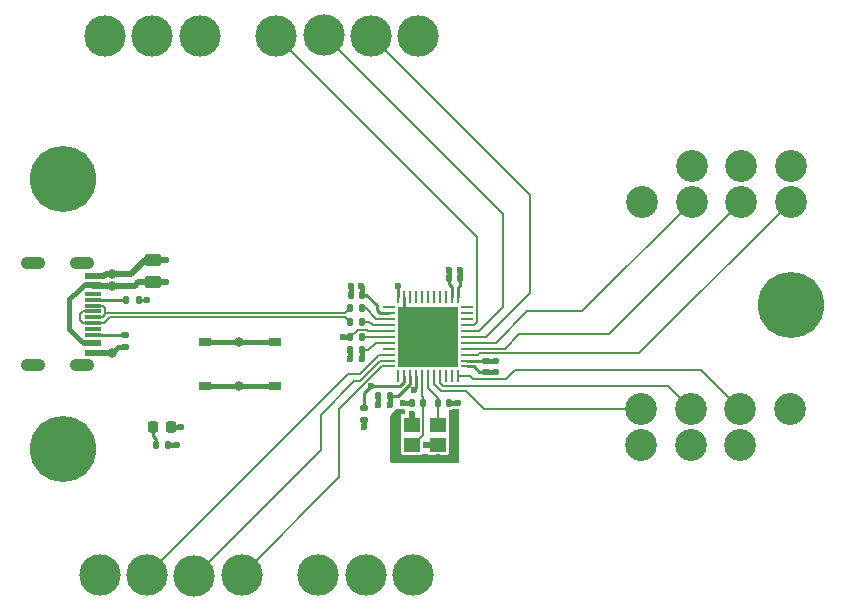
<source format=gbr>
%TF.GenerationSoftware,KiCad,Pcbnew,(6.0.10)*%
%TF.CreationDate,2023-01-18T21:36:02-05:00*%
%TF.ProjectId,32U4_NES_SNES_adapter,33325534-5f4e-4455-935f-534e45535f61,rev?*%
%TF.SameCoordinates,Original*%
%TF.FileFunction,Copper,L1,Top*%
%TF.FilePolarity,Positive*%
%FSLAX46Y46*%
G04 Gerber Fmt 4.6, Leading zero omitted, Abs format (unit mm)*
G04 Created by KiCad (PCBNEW (6.0.10)) date 2023-01-18 21:36:02*
%MOMM*%
%LPD*%
G01*
G04 APERTURE LIST*
G04 Aperture macros list*
%AMRoundRect*
0 Rectangle with rounded corners*
0 $1 Rounding radius*
0 $2 $3 $4 $5 $6 $7 $8 $9 X,Y pos of 4 corners*
0 Add a 4 corners polygon primitive as box body*
4,1,4,$2,$3,$4,$5,$6,$7,$8,$9,$2,$3,0*
0 Add four circle primitives for the rounded corners*
1,1,$1+$1,$2,$3*
1,1,$1+$1,$4,$5*
1,1,$1+$1,$6,$7*
1,1,$1+$1,$8,$9*
0 Add four rect primitives between the rounded corners*
20,1,$1+$1,$2,$3,$4,$5,0*
20,1,$1+$1,$4,$5,$6,$7,0*
20,1,$1+$1,$6,$7,$8,$9,0*
20,1,$1+$1,$8,$9,$2,$3,0*%
G04 Aperture macros list end*
%TA.AperFunction,SMDPad,CuDef*%
%ADD10R,1.000000X0.750000*%
%TD*%
%TA.AperFunction,SMDPad,CuDef*%
%ADD11RoundRect,0.140000X0.140000X0.170000X-0.140000X0.170000X-0.140000X-0.170000X0.140000X-0.170000X0*%
%TD*%
%TA.AperFunction,ComponentPad*%
%ADD12C,3.500000*%
%TD*%
%TA.AperFunction,SMDPad,CuDef*%
%ADD13RoundRect,0.135000X-0.135000X-0.185000X0.135000X-0.185000X0.135000X0.185000X-0.135000X0.185000X0*%
%TD*%
%TA.AperFunction,SMDPad,CuDef*%
%ADD14RoundRect,0.135000X0.185000X-0.135000X0.185000X0.135000X-0.185000X0.135000X-0.185000X-0.135000X0*%
%TD*%
%TA.AperFunction,ComponentPad*%
%ADD15C,2.700000*%
%TD*%
%TA.AperFunction,ComponentPad*%
%ADD16C,5.600000*%
%TD*%
%TA.AperFunction,SMDPad,CuDef*%
%ADD17RoundRect,0.135000X0.135000X0.185000X-0.135000X0.185000X-0.135000X-0.185000X0.135000X-0.185000X0*%
%TD*%
%TA.AperFunction,SMDPad,CuDef*%
%ADD18RoundRect,0.218750X0.218750X0.256250X-0.218750X0.256250X-0.218750X-0.256250X0.218750X-0.256250X0*%
%TD*%
%TA.AperFunction,SMDPad,CuDef*%
%ADD19RoundRect,0.062500X-0.475000X-0.062500X0.475000X-0.062500X0.475000X0.062500X-0.475000X0.062500X0*%
%TD*%
%TA.AperFunction,SMDPad,CuDef*%
%ADD20RoundRect,0.062500X-0.062500X-0.475000X0.062500X-0.475000X0.062500X0.475000X-0.062500X0.475000X0*%
%TD*%
%TA.AperFunction,SMDPad,CuDef*%
%ADD21R,5.200000X5.200000*%
%TD*%
%TA.AperFunction,SMDPad,CuDef*%
%ADD22RoundRect,0.140000X-0.170000X0.140000X-0.170000X-0.140000X0.170000X-0.140000X0.170000X0.140000X0*%
%TD*%
%TA.AperFunction,SMDPad,CuDef*%
%ADD23R,1.400000X1.200000*%
%TD*%
%TA.AperFunction,SMDPad,CuDef*%
%ADD24RoundRect,0.250000X0.475000X-0.250000X0.475000X0.250000X-0.475000X0.250000X-0.475000X-0.250000X0*%
%TD*%
%TA.AperFunction,SMDPad,CuDef*%
%ADD25RoundRect,0.140000X-0.140000X-0.170000X0.140000X-0.170000X0.140000X0.170000X-0.140000X0.170000X0*%
%TD*%
%TA.AperFunction,SMDPad,CuDef*%
%ADD26R,1.450000X0.600000*%
%TD*%
%TA.AperFunction,SMDPad,CuDef*%
%ADD27R,1.450000X0.300000*%
%TD*%
%TA.AperFunction,ComponentPad*%
%ADD28O,2.100000X1.050000*%
%TD*%
%TA.AperFunction,SMDPad,CuDef*%
%ADD29RoundRect,0.140000X0.170000X-0.140000X0.170000X0.140000X-0.170000X0.140000X-0.170000X-0.140000X0*%
%TD*%
%TA.AperFunction,ViaPad*%
%ADD30C,0.800000*%
%TD*%
%TA.AperFunction,ViaPad*%
%ADD31C,0.600000*%
%TD*%
%TA.AperFunction,Conductor*%
%ADD32C,0.200000*%
%TD*%
%TA.AperFunction,Conductor*%
%ADD33C,0.254000*%
%TD*%
%TA.AperFunction,Conductor*%
%ADD34C,0.381000*%
%TD*%
%TA.AperFunction,Conductor*%
%ADD35C,0.508000*%
%TD*%
%TA.AperFunction,Conductor*%
%ADD36C,0.250000*%
%TD*%
%TA.AperFunction,Conductor*%
%ADD37C,0.205740*%
%TD*%
G04 APERTURE END LIST*
D10*
%TO.P,S1,D*%
%TO.N,Net-(R3-Pad2)*%
X111922500Y-104770400D03*
%TO.P,S1,C*%
X105922500Y-104770400D03*
%TO.P,S1,B*%
%TO.N,GND*%
X111922500Y-101020400D03*
%TO.P,S1,A*%
X105922500Y-101020400D03*
%TD*%
D11*
%TO.P,C9,1*%
%TO.N,VCC*%
X119250400Y-97028000D03*
%TO.P,C9,2*%
%TO.N,GND*%
X118290400Y-97028000D03*
%TD*%
%TO.P,C7,2*%
%TO.N,GND*%
X120627200Y-105587800D03*
%TO.P,C7,1*%
%TO.N,VCC*%
X121587200Y-105587800D03*
%TD*%
%TO.P,C8,1*%
%TO.N,VCC*%
X119225000Y-101727000D03*
%TO.P,C8,2*%
%TO.N,GND*%
X118265000Y-101727000D03*
%TD*%
D12*
%TO.P,J2,1,5V*%
%TO.N,VCC*%
X97064000Y-120709000D03*
%TO.P,J2,2,CLK*%
%TO.N,/SNES_1_CLK*%
X101064000Y-120709000D03*
%TO.P,J2,3,LATCH*%
%TO.N,/SNES_1_LATCH*%
X105064000Y-120809000D03*
%TO.P,J2,4,DATA*%
%TO.N,/SNES_1_DATA*%
X109064000Y-120709000D03*
%TO.P,J2,5,NC*%
%TO.N,unconnected-(J2-Pad5)*%
X115564000Y-120709000D03*
%TO.P,J2,6,NC*%
%TO.N,unconnected-(J2-Pad6)*%
X119564000Y-120709000D03*
%TO.P,J2,7,GND*%
%TO.N,GND*%
X123564000Y-120709000D03*
%TD*%
D13*
%TO.P,R6,1*%
%TO.N,/USB_D-*%
X118235000Y-98171000D03*
%TO.P,R6,2*%
%TO.N,Net-(R6-Pad2)*%
X119255000Y-98171000D03*
%TD*%
D14*
%TO.P,R3,1*%
%TO.N,VCC*%
X119456200Y-107596400D03*
%TO.P,R3,2*%
%TO.N,Net-(R3-Pad2)*%
X119456200Y-106576400D03*
%TD*%
D15*
%TO.P,J5,1,5V*%
%TO.N,VCC*%
X147168000Y-86125000D03*
%TO.P,J5,2,NC*%
%TO.N,unconnected-(J5-Pad2)*%
X151359000Y-86125000D03*
%TO.P,J5,3,NC*%
%TO.N,unconnected-(J5-Pad3)*%
X155550000Y-86125000D03*
%TO.P,J5,4,DATA*%
%TO.N,/NES_2_DATA*%
X155550000Y-89125000D03*
%TO.P,J5,5,LATCH*%
%TO.N,/NES_2_LATCH*%
X151359000Y-89125000D03*
%TO.P,J5,6,CLK*%
%TO.N,/NES_2_CLK*%
X147168000Y-89125000D03*
%TO.P,J5,7,GND*%
%TO.N,GND*%
X142977000Y-89125000D03*
%TD*%
D16*
%TO.P,H3,1,1*%
%TO.N,GND*%
X155550000Y-97917000D03*
%TD*%
D15*
%TO.P,J4,1,5V*%
%TO.N,VCC*%
X151282000Y-109709000D03*
%TO.P,J4,2,NC*%
%TO.N,unconnected-(J4-Pad2)*%
X147091000Y-109709000D03*
%TO.P,J4,3,NC*%
%TO.N,unconnected-(J4-Pad3)*%
X142900000Y-109709000D03*
%TO.P,J4,4,DATA*%
%TO.N,/NES_1_DATA*%
X142900000Y-106709000D03*
%TO.P,J4,5,LATCH*%
%TO.N,/NES_1_LATCH*%
X147091000Y-106709000D03*
%TO.P,J4,6,CLK*%
%TO.N,/NES_1_CLK*%
X151282000Y-106709000D03*
%TO.P,J4,7,GND*%
%TO.N,GND*%
X155473000Y-106709000D03*
%TD*%
D17*
%TO.P,R4,1*%
%TO.N,VCC*%
X102821200Y-109728000D03*
%TO.P,R4,2*%
%TO.N,Net-(D1-Pad2)*%
X101801200Y-109728000D03*
%TD*%
D11*
%TO.P,C10,1*%
%TO.N,Net-(C10-Pad1)*%
X119225000Y-100584000D03*
%TO.P,C10,2*%
%TO.N,GND*%
X118265000Y-100584000D03*
%TD*%
D16*
%TO.P,H1,1,1*%
%TO.N,GND*%
X93895500Y-87249000D03*
%TD*%
D18*
%TO.P,D1,1,K*%
%TO.N,GND*%
X103098700Y-108204000D03*
%TO.P,D1,2,A*%
%TO.N,Net-(D1-Pad2)*%
X101523700Y-108204000D03*
%TD*%
D13*
%TO.P,R5,1*%
%TO.N,/USB_D+*%
X118235000Y-99314000D03*
%TO.P,R5,2*%
%TO.N,Net-(R5-Pad2)*%
X119255000Y-99314000D03*
%TD*%
D16*
%TO.P,H2,1,1*%
%TO.N,GND*%
X93895500Y-110109000D03*
%TD*%
D17*
%TO.P,R2,1*%
%TO.N,GND*%
X100332000Y-97429000D03*
%TO.P,R2,2*%
%TO.N,Net-(J1-PadA5)*%
X99312000Y-97429000D03*
%TD*%
D19*
%TO.P,U1,1,PE6*%
%TO.N,unconnected-(U1-Pad1)*%
X121503500Y-98084000D03*
%TO.P,U1,2,UVCC*%
%TO.N,VCC*%
X121503500Y-98584000D03*
%TO.P,U1,3,D-*%
%TO.N,Net-(R6-Pad2)*%
X121503500Y-99084000D03*
%TO.P,U1,4,D+*%
%TO.N,Net-(R5-Pad2)*%
X121503500Y-99584000D03*
%TO.P,U1,5,UGND*%
%TO.N,GND*%
X121503500Y-100084000D03*
%TO.P,U1,6,UCAP*%
%TO.N,Net-(C10-Pad1)*%
X121503500Y-100584000D03*
%TO.P,U1,7,VBUS*%
%TO.N,VCC*%
X121503500Y-101084000D03*
%TO.P,U1,8,PB0*%
%TO.N,unconnected-(U1-Pad8)*%
X121503500Y-101584000D03*
%TO.P,U1,9,PB1*%
%TO.N,/SNES_1_CLK*%
X121503500Y-102084000D03*
%TO.P,U1,10,PB2*%
%TO.N,/SNES_1_LATCH*%
X121503500Y-102584000D03*
%TO.P,U1,11,PB3*%
%TO.N,/SNES_1_DATA*%
X121503500Y-103084000D03*
D20*
%TO.P,U1,12,PB7*%
%TO.N,unconnected-(U1-Pad12)*%
X122341000Y-103921500D03*
%TO.P,U1,13,~{RESET}*%
%TO.N,Net-(R3-Pad2)*%
X122841000Y-103921500D03*
%TO.P,U1,14,VCC*%
%TO.N,VCC*%
X123341000Y-103921500D03*
%TO.P,U1,15,GND*%
%TO.N,GND*%
X123841000Y-103921500D03*
%TO.P,U1,16,XTAL2*%
%TO.N,/XOUT*%
X124341000Y-103921500D03*
%TO.P,U1,17,XTAL1*%
%TO.N,/XIN*%
X124841000Y-103921500D03*
%TO.P,U1,18,PD0*%
%TO.N,/NES_1_DATA*%
X125341000Y-103921500D03*
%TO.P,U1,19,PD1*%
%TO.N,/NES_1_LATCH*%
X125841000Y-103921500D03*
%TO.P,U1,20,PD2*%
%TO.N,unconnected-(U1-Pad20)*%
X126341000Y-103921500D03*
%TO.P,U1,21,PD3*%
%TO.N,unconnected-(U1-Pad21)*%
X126841000Y-103921500D03*
%TO.P,U1,22,PD5*%
%TO.N,/NES_1_CLK*%
X127341000Y-103921500D03*
D19*
%TO.P,U1,23,GND*%
%TO.N,GND*%
X128178500Y-103084000D03*
%TO.P,U1,24,AVCC*%
%TO.N,VCC*%
X128178500Y-102584000D03*
%TO.P,U1,25,PD4*%
%TO.N,/NES_2_DATA*%
X128178500Y-102084000D03*
%TO.P,U1,26,PD6*%
%TO.N,/NES_2_LATCH*%
X128178500Y-101584000D03*
%TO.P,U1,27,PD7*%
%TO.N,/NES_2_CLK*%
X128178500Y-101084000D03*
%TO.P,U1,28,PB4*%
%TO.N,/SNES_2_CLK*%
X128178500Y-100584000D03*
%TO.P,U1,29,PB5*%
%TO.N,/SNES_2_LATCH*%
X128178500Y-100084000D03*
%TO.P,U1,30,PB6*%
%TO.N,/SNES_2_DATA*%
X128178500Y-99584000D03*
%TO.P,U1,31,PC6*%
%TO.N,unconnected-(U1-Pad31)*%
X128178500Y-99084000D03*
%TO.P,U1,32,PC7*%
%TO.N,unconnected-(U1-Pad32)*%
X128178500Y-98584000D03*
%TO.P,U1,33,~{HWB}/PE2*%
%TO.N,unconnected-(U1-Pad33)*%
X128178500Y-98084000D03*
D20*
%TO.P,U1,34,VCC*%
%TO.N,VCC*%
X127341000Y-97246500D03*
%TO.P,U1,35,GND*%
%TO.N,GND*%
X126841000Y-97246500D03*
%TO.P,U1,36,PF7*%
%TO.N,unconnected-(U1-Pad36)*%
X126341000Y-97246500D03*
%TO.P,U1,37,PF6*%
%TO.N,unconnected-(U1-Pad37)*%
X125841000Y-97246500D03*
%TO.P,U1,38,PF5*%
%TO.N,unconnected-(U1-Pad38)*%
X125341000Y-97246500D03*
%TO.P,U1,39,PF4*%
%TO.N,unconnected-(U1-Pad39)*%
X124841000Y-97246500D03*
%TO.P,U1,40,PF1*%
%TO.N,unconnected-(U1-Pad40)*%
X124341000Y-97246500D03*
%TO.P,U1,41,PF0*%
%TO.N,unconnected-(U1-Pad41)*%
X123841000Y-97246500D03*
%TO.P,U1,42,AREF*%
%TO.N,unconnected-(U1-Pad42)*%
X123341000Y-97246500D03*
%TO.P,U1,43,GND*%
%TO.N,GND*%
X122841000Y-97246500D03*
%TO.P,U1,44,AVCC*%
%TO.N,VCC*%
X122341000Y-97246500D03*
D21*
%TO.P,U1,45,GND*%
%TO.N,GND*%
X124841000Y-100584000D03*
%TD*%
D14*
%TO.P,R1,1*%
%TO.N,GND*%
X99187000Y-101449000D03*
%TO.P,R1,2*%
%TO.N,Net-(J1-PadB5)*%
X99187000Y-100429000D03*
%TD*%
D22*
%TO.P,C6,1*%
%TO.N,VCC*%
X129794000Y-102584000D03*
%TO.P,C6,2*%
%TO.N,GND*%
X129794000Y-103544000D03*
%TD*%
D23*
%TO.P,Y1,1,1*%
%TO.N,/XIN*%
X125687000Y-108012000D03*
%TO.P,Y1,2,2*%
%TO.N,GND*%
X123487000Y-108012000D03*
%TO.P,Y1,3,3*%
%TO.N,/XOUT*%
X123487000Y-109712000D03*
%TO.P,Y1,4,4*%
%TO.N,GND*%
X125687000Y-109712000D03*
%TD*%
D11*
%TO.P,C1,1*%
%TO.N,GND*%
X126647000Y-106172000D03*
%TO.P,C1,2*%
%TO.N,/XIN*%
X125687000Y-106172000D03*
%TD*%
D24*
%TO.P,C4,1*%
%TO.N,VCC*%
X101523800Y-95946000D03*
%TO.P,C4,2*%
%TO.N,GND*%
X101523800Y-94046000D03*
%TD*%
D25*
%TO.P,C2,1*%
%TO.N,GND*%
X123472000Y-106172000D03*
%TO.P,C2,2*%
%TO.N,/XOUT*%
X124432000Y-106172000D03*
%TD*%
D12*
%TO.P,J3,1,5V*%
%TO.N,VCC*%
X124014000Y-75125000D03*
%TO.P,J3,2,CLK*%
%TO.N,/SNES_2_CLK*%
X120014000Y-75125000D03*
%TO.P,J3,3,LATCH*%
%TO.N,/SNES_2_LATCH*%
X116014000Y-75025000D03*
%TO.P,J3,4,DATA*%
%TO.N,/SNES_2_DATA*%
X112014000Y-75125000D03*
%TO.P,J3,5,NC*%
%TO.N,unconnected-(J3-Pad5)*%
X105514000Y-75125000D03*
%TO.P,J3,6,NC*%
%TO.N,unconnected-(J3-Pad6)*%
X101514000Y-75125000D03*
%TO.P,J3,7,GND*%
%TO.N,GND*%
X97514000Y-75125000D03*
%TD*%
D11*
%TO.P,C5,1*%
%TO.N,VCC*%
X127578000Y-95631000D03*
%TO.P,C5,2*%
%TO.N,GND*%
X126618000Y-95631000D03*
%TD*%
D26*
%TO.P,J1,A1B12,GND*%
%TO.N,GND*%
X96450500Y-95429000D03*
%TO.P,J1,A4B9,VBUS*%
%TO.N,VCC*%
X96450500Y-96229000D03*
D27*
%TO.P,J1,A5,CC1*%
%TO.N,Net-(J1-PadA5)*%
X96450500Y-97429000D03*
%TO.P,J1,A6,DP1*%
%TO.N,/USB_D+*%
X96450500Y-98429000D03*
%TO.P,J1,A7,DN1*%
%TO.N,/USB_D-*%
X96450500Y-98929000D03*
%TO.P,J1,A8,SBU1*%
%TO.N,unconnected-(J1-PadA8)*%
X96450500Y-99929000D03*
D26*
%TO.P,J1,B1A12,GND*%
%TO.N,GND*%
X96450500Y-101929000D03*
%TO.P,J1,B4A9,VBUS*%
%TO.N,VCC*%
X96450500Y-101129000D03*
D27*
%TO.P,J1,B5,CC2*%
%TO.N,Net-(J1-PadB5)*%
X96450500Y-100429000D03*
%TO.P,J1,B6,DP2*%
%TO.N,/USB_D+*%
X96450500Y-99429000D03*
%TO.P,J1,B7,DN2*%
%TO.N,/USB_D-*%
X96450500Y-97929000D03*
%TO.P,J1,B8,SBU2*%
%TO.N,unconnected-(J1-PadB8)*%
X96450500Y-96929000D03*
D28*
%TO.P,J1,S1,SHIELD*%
%TO.N,unconnected-(J1-PadS1)*%
X95535500Y-94359000D03*
%TO.P,J1,S2,SHIELD*%
%TO.N,unconnected-(J1-PadS2)*%
X95535500Y-102999000D03*
%TO.P,J1,S3,SHIELD*%
%TO.N,unconnected-(J1-PadS3)*%
X91355500Y-94359000D03*
%TO.P,J1,S4,SHIELD*%
%TO.N,unconnected-(J1-PadS4)*%
X91355500Y-102999000D03*
%TD*%
D29*
%TO.P,C3,1*%
%TO.N,VCC*%
X99187000Y-96238000D03*
%TO.P,C3,2*%
%TO.N,GND*%
X99187000Y-95278000D03*
%TD*%
D30*
%TO.N,Net-(R3-Pad2)*%
X108876300Y-104770400D03*
D31*
X120015000Y-104775000D03*
%TO.N,VCC*%
X121587200Y-106349800D03*
D30*
%TO.N,GND*%
X108876300Y-101020400D03*
D31*
X103962200Y-108204000D03*
X127381000Y-106172000D03*
X124688600Y-109702600D03*
X102631200Y-94046000D03*
D30*
X98119000Y-101929000D03*
D31*
X122841000Y-102584000D03*
X125857000Y-110896400D03*
X122047000Y-108354000D03*
X126618000Y-94894400D03*
X122841000Y-100584000D03*
X122841000Y-98584000D03*
X123317000Y-110894000D03*
X127127000Y-110894000D03*
X122047000Y-110894000D03*
X123670544Y-105039041D03*
X127127000Y-108354000D03*
X126841000Y-98584000D03*
X126841000Y-102584000D03*
X118265000Y-102466200D03*
X127127000Y-109624000D03*
X124841000Y-98584000D03*
X122047000Y-109624000D03*
X127127000Y-107084000D03*
D30*
X98119000Y-95278000D03*
D31*
X122250200Y-107086400D03*
X124841000Y-100584000D03*
X124841000Y-102584000D03*
X124587000Y-110894000D03*
X130584000Y-103544000D03*
X117652800Y-100584000D03*
X118290400Y-96266000D03*
X126841000Y-100584000D03*
X120627200Y-106349800D03*
X123487000Y-107111800D03*
X122758200Y-106172000D03*
X101092000Y-97429000D03*
%TO.N,VCC*%
X119456200Y-108229400D03*
X127578000Y-94894400D03*
X103581200Y-109728000D03*
X102631200Y-95946000D03*
X119225000Y-102497377D03*
X130584000Y-102584000D03*
X122341000Y-96266000D03*
D30*
X98119000Y-96238000D03*
D31*
X119151400Y-96266000D03*
%TD*%
D32*
%TO.N,/SNES_1_LATCH*%
X119049800Y-104343200D02*
X120809000Y-102584000D01*
X115747800Y-110134400D02*
X115747800Y-107162600D01*
X105073200Y-120809000D02*
X115747800Y-110134400D01*
X115747800Y-107162600D02*
X118567200Y-104343200D01*
X118567200Y-104343200D02*
X119049800Y-104343200D01*
X120809000Y-102584000D02*
X121503500Y-102584000D01*
X105064000Y-120809000D02*
X105073200Y-120809000D01*
%TO.N,/SNES_1_CLK*%
X119075200Y-103708200D02*
X118059200Y-103708200D01*
X120699400Y-102084000D02*
X119075200Y-103708200D01*
X121503500Y-102084000D02*
X120699400Y-102084000D01*
X118059200Y-103708200D02*
X101064000Y-120703400D01*
X101064000Y-120703400D02*
X101064000Y-120709000D01*
%TO.N,/SNES_1_DATA*%
X117322600Y-112471200D02*
X109064000Y-120729800D01*
X117322600Y-106680000D02*
X117322600Y-112471200D01*
X109064000Y-120729800D02*
X109064000Y-120746600D01*
X120918600Y-103084000D02*
X117322600Y-106680000D01*
X121503500Y-103084000D02*
X120918600Y-103084000D01*
D33*
%TO.N,VCC*%
X120523000Y-98298000D02*
X120523000Y-97917000D01*
X119634000Y-97028000D02*
X119250400Y-97028000D01*
X120809000Y-98584000D02*
X120523000Y-98298000D01*
X121503500Y-98584000D02*
X120809000Y-98584000D01*
X120523000Y-97917000D02*
X119634000Y-97028000D01*
%TO.N,Net-(R3-Pad2)*%
X119456200Y-105333800D02*
X120015000Y-104775000D01*
X119456200Y-106576400D02*
X119456200Y-105333800D01*
D32*
%TO.N,GND*%
X119794400Y-100084000D02*
X119684800Y-99974400D01*
X119684800Y-99974400D02*
X118874600Y-99974400D01*
X118874600Y-99974400D02*
X118265000Y-100584000D01*
X121503500Y-100084000D02*
X119794400Y-100084000D01*
D33*
%TO.N,VCC*%
X122338310Y-105587800D02*
X121587200Y-105587800D01*
X123341000Y-104585110D02*
X122338310Y-105587800D01*
X123341000Y-103921500D02*
X123341000Y-104585110D01*
%TO.N,Net-(R3-Pad2)*%
X122472599Y-104775000D02*
X120015000Y-104775000D01*
X122841000Y-104406599D02*
X122472599Y-104775000D01*
X122841000Y-103921500D02*
X122841000Y-104406599D01*
D34*
X108825500Y-104770400D02*
X111922500Y-104770400D01*
%TO.N,GND*%
X120627200Y-106349800D02*
X120627200Y-105587800D01*
%TO.N,VCC*%
X121587200Y-106349800D02*
X121587200Y-105587800D01*
%TO.N,GND*%
X108876300Y-101020400D02*
X105922500Y-101020400D01*
X111922500Y-101020400D02*
X108876300Y-101020400D01*
%TO.N,Net-(R3-Pad2)*%
X105922500Y-104770400D02*
X108825500Y-104770400D01*
%TO.N,VCC*%
X119456200Y-107596400D02*
X119456200Y-108229400D01*
D32*
%TO.N,Net-(C10-Pad1)*%
X121503500Y-100584000D02*
X119225000Y-100584000D01*
D34*
%TO.N,GND*%
X117652800Y-100584000D02*
X118265000Y-100584000D01*
D32*
%TO.N,VCC*%
X119761000Y-101727000D02*
X119225000Y-101727000D01*
D34*
X119225000Y-101727000D02*
X119225000Y-102497377D01*
%TO.N,GND*%
X118265000Y-101727000D02*
X118265000Y-102466200D01*
D32*
%TO.N,/SNES_1_CLK*%
X101064000Y-120709000D02*
X102074400Y-120709000D01*
D34*
%TO.N,GND*%
X118290400Y-97028000D02*
X118290400Y-96266000D01*
D35*
X96450500Y-101929000D02*
X98119000Y-101929000D01*
D33*
X126841000Y-96361000D02*
X126618000Y-96138000D01*
D35*
X123487000Y-108012000D02*
X123487000Y-107111800D01*
X97558800Y-95278000D02*
X97407800Y-95429000D01*
D34*
X122758200Y-106172000D02*
X123472000Y-106172000D01*
D35*
X101523800Y-94046000D02*
X102631200Y-94046000D01*
D33*
X129198000Y-103544000D02*
X129794000Y-103544000D01*
X100332000Y-97429000D02*
X101092000Y-97429000D01*
D35*
X99187000Y-95278000D02*
X99667000Y-95278000D01*
X100899000Y-94046000D02*
X101523800Y-94046000D01*
X124688600Y-109702600D02*
X125677600Y-109702600D01*
D34*
X126618000Y-95631000D02*
X126618000Y-94894400D01*
D33*
X126841000Y-97246500D02*
X126841000Y-96361000D01*
X123841000Y-104868585D02*
X123841000Y-103921500D01*
D36*
X122841000Y-97246500D02*
X122841000Y-98584000D01*
D35*
X125677600Y-109702600D02*
X125687000Y-109712000D01*
D34*
X103098700Y-108204000D02*
X103962200Y-108204000D01*
D35*
X98119000Y-95278000D02*
X97558800Y-95278000D01*
D34*
X98599000Y-101449000D02*
X98119000Y-101929000D01*
X126647000Y-106172000D02*
X127381000Y-106172000D01*
D33*
X128738000Y-103084000D02*
X129198000Y-103544000D01*
D34*
X99187000Y-101449000D02*
X98599000Y-101449000D01*
D35*
X97407800Y-95429000D02*
X96450500Y-95429000D01*
D34*
X129794000Y-103544000D02*
X130584000Y-103544000D01*
D35*
X98119000Y-95278000D02*
X99187000Y-95278000D01*
D33*
X126618000Y-96138000D02*
X126618000Y-95631000D01*
X128178500Y-103084000D02*
X128738000Y-103084000D01*
X123670544Y-105039041D02*
X123841000Y-104868585D01*
D35*
X99667000Y-95278000D02*
X100899000Y-94046000D01*
D33*
%TO.N,Net-(D1-Pad2)*%
X101801200Y-109218000D02*
X101523700Y-108940500D01*
X101523700Y-108940500D02*
X101523700Y-108204000D01*
X101801200Y-109728000D02*
X101801200Y-109218000D01*
D35*
%TO.N,VCC*%
X96459500Y-96238000D02*
X96450500Y-96229000D01*
D34*
X95317499Y-100778499D02*
X94488000Y-99949000D01*
X95332937Y-96579501D02*
X95683438Y-96229000D01*
D35*
X99187000Y-96238000D02*
X98122800Y-96238000D01*
D33*
X128178500Y-102584000D02*
X129794000Y-102584000D01*
X127341000Y-97246500D02*
X127341000Y-96433000D01*
D32*
X120404000Y-101084000D02*
X121503500Y-101084000D01*
D34*
X96450500Y-101129000D02*
X95683438Y-101129000D01*
X95683438Y-96229000D02*
X96450500Y-96229000D01*
X127578000Y-94894400D02*
X127578000Y-95631000D01*
X103581200Y-109728000D02*
X102821200Y-109728000D01*
X94488000Y-97409000D02*
X95317499Y-96579501D01*
D35*
X98122800Y-96238000D02*
X96459500Y-96238000D01*
D34*
X95317499Y-96579501D02*
X95332937Y-96579501D01*
D35*
X99187000Y-96238000D02*
X100002400Y-96238000D01*
D33*
X127578000Y-96196000D02*
X127578000Y-95631000D01*
D34*
X129794000Y-102584000D02*
X130584000Y-102584000D01*
D36*
X122341000Y-97246500D02*
X122341000Y-96266000D01*
D34*
X94488000Y-99949000D02*
X94488000Y-97409000D01*
D35*
X100002400Y-96238000D02*
X100294400Y-95946000D01*
D33*
X127341000Y-96433000D02*
X127578000Y-96196000D01*
D34*
X95683438Y-101129000D02*
X95332937Y-100778499D01*
X95332937Y-100778499D02*
X95317499Y-100778499D01*
D35*
X101523800Y-95946000D02*
X102631200Y-95946000D01*
D32*
X119761000Y-101727000D02*
X120404000Y-101084000D01*
D35*
X100294400Y-95946000D02*
X101523800Y-95946000D01*
D34*
X119250400Y-97028000D02*
X119250400Y-96365000D01*
D33*
%TO.N,Net-(J1-PadA5)*%
X99312000Y-97429000D02*
X96450500Y-97429000D01*
D37*
%TO.N,/USB_D+*%
X97370200Y-99429000D02*
X96450500Y-99429000D01*
X97890330Y-98908870D02*
X97370200Y-99429000D01*
X96450500Y-99429000D02*
X95619000Y-99429000D01*
X118235000Y-99314000D02*
X117829870Y-98908870D01*
X95377000Y-99187000D02*
X95377000Y-98667760D01*
X95619000Y-99429000D02*
X95377000Y-99187000D01*
X95615760Y-98429000D02*
X96450500Y-98429000D01*
X117829870Y-98908870D02*
X97890330Y-98908870D01*
X95377000Y-98667760D02*
X95615760Y-98429000D01*
%TO.N,/USB_D-*%
X97536000Y-98171000D02*
X97294000Y-97929000D01*
X117829870Y-98576130D02*
X97560130Y-98576130D01*
X97294000Y-97929000D02*
X96450500Y-97929000D01*
X97560130Y-98576130D02*
X97536000Y-98552000D01*
X118235000Y-98171000D02*
X117829870Y-98576130D01*
X97536000Y-98552000D02*
X97536000Y-98171000D01*
X97536000Y-98679000D02*
X97536000Y-98552000D01*
X97286000Y-98929000D02*
X97536000Y-98679000D01*
X96450500Y-98929000D02*
X97286000Y-98929000D01*
D33*
%TO.N,Net-(J1-PadB5)*%
X96450500Y-100429000D02*
X99187000Y-100429000D01*
D32*
%TO.N,/XIN*%
X124841000Y-104927400D02*
X125687000Y-105773400D01*
X125687000Y-105773400D02*
X125687000Y-108012000D01*
X124841000Y-103921500D02*
X124841000Y-104927400D01*
%TO.N,/SNES_2_CLK*%
X133477000Y-96901000D02*
X129794000Y-100584000D01*
X133477000Y-88588000D02*
X133477000Y-96901000D01*
X120014000Y-75125000D02*
X133477000Y-88588000D01*
X129794000Y-100584000D02*
X128178500Y-100584000D01*
%TO.N,/SNES_2_LATCH*%
X129151000Y-100084000D02*
X128178500Y-100084000D01*
X131191000Y-90202000D02*
X131191000Y-98044000D01*
X131191000Y-98044000D02*
X129151000Y-100084000D01*
X116014000Y-75025000D02*
X131191000Y-90202000D01*
%TO.N,/SNES_2_DATA*%
X128762000Y-99584000D02*
X129032000Y-99314000D01*
X129032000Y-99314000D02*
X129032000Y-92143000D01*
X129032000Y-92143000D02*
X112014000Y-75125000D01*
X128178500Y-99584000D02*
X128762000Y-99584000D01*
%TO.N,/NES_1_DATA*%
X142900000Y-106709000D02*
X129569000Y-106709000D01*
X129569000Y-106709000D02*
X128019000Y-105159000D01*
X125341000Y-104537338D02*
X125341000Y-103921500D01*
X125962662Y-105159000D02*
X125341000Y-104537338D01*
X128019000Y-105159000D02*
X125962662Y-105159000D01*
%TO.N,/NES_1_LATCH*%
X126128348Y-104759000D02*
X145141000Y-104759000D01*
X145141000Y-104759000D02*
X147091000Y-106709000D01*
X125841000Y-103921500D02*
X125841000Y-104471652D01*
X125841000Y-104471652D02*
X126128348Y-104759000D01*
%TO.N,/NES_1_CLK*%
X132207000Y-103378000D02*
X147951000Y-103378000D01*
X127341000Y-103921500D02*
X128432500Y-103921500D01*
X128432500Y-103921500D02*
X128651000Y-104140000D01*
X147951000Y-103378000D02*
X151282000Y-106709000D01*
X131445000Y-104140000D02*
X132207000Y-103378000D01*
X128651000Y-104140000D02*
X131445000Y-104140000D01*
%TO.N,/NES_2_DATA*%
X142694000Y-101981000D02*
X155550000Y-89125000D01*
X129056000Y-102084000D02*
X129159000Y-101981000D01*
X128178500Y-102084000D02*
X129056000Y-102084000D01*
X129159000Y-101981000D02*
X142694000Y-101981000D01*
%TO.N,/NES_2_LATCH*%
X131334000Y-101584000D02*
X132588000Y-100330000D01*
X132588000Y-100330000D02*
X140154000Y-100330000D01*
X128178500Y-101584000D02*
X131334000Y-101584000D01*
X140154000Y-100330000D02*
X151359000Y-89125000D01*
%TO.N,/NES_2_CLK*%
X133223000Y-98425000D02*
X137868000Y-98425000D01*
X128178500Y-101084000D02*
X130564000Y-101084000D01*
X137868000Y-98425000D02*
X147168000Y-89125000D01*
X130564000Y-101084000D02*
X133223000Y-98425000D01*
%TO.N,/XOUT*%
X123587000Y-109712000D02*
X123487000Y-109712000D01*
X124434600Y-105689400D02*
X124434600Y-108864400D01*
X124434600Y-108864400D02*
X123587000Y-109712000D01*
X124341000Y-105595800D02*
X124434600Y-105689400D01*
X124341000Y-103921500D02*
X124341000Y-105595800D01*
%TO.N,Net-(R6-Pad2)*%
X121503500Y-99084000D02*
X120477686Y-99084000D01*
X119564686Y-98171000D02*
X119255000Y-98171000D01*
X120477686Y-99084000D02*
X119564686Y-98171000D01*
%TO.N,Net-(R5-Pad2)*%
X121503500Y-99584000D02*
X120158000Y-99584000D01*
X119888000Y-99314000D02*
X119255000Y-99314000D01*
X120158000Y-99584000D02*
X119888000Y-99314000D01*
%TD*%
%TA.AperFunction,Conductor*%
%TO.N,GND*%
G36*
X122801921Y-106700002D02*
G01*
X122848414Y-106753658D01*
X122859800Y-106806000D01*
X122859800Y-107011200D01*
X122839798Y-107079321D01*
X122786142Y-107125814D01*
X122733800Y-107137200D01*
X122529600Y-107137200D01*
X122529600Y-110540800D01*
X122642566Y-110540800D01*
X122683529Y-110548948D01*
X122687699Y-110551734D01*
X122699873Y-110554156D01*
X122699874Y-110554156D01*
X122753341Y-110564791D01*
X122761933Y-110566500D01*
X123486882Y-110566500D01*
X124212066Y-110566499D01*
X124286301Y-110551734D01*
X124290471Y-110548948D01*
X124331433Y-110540800D01*
X124843898Y-110540800D01*
X124892116Y-110550391D01*
X124900067Y-110553684D01*
X124955915Y-110564793D01*
X124968170Y-110566000D01*
X125414885Y-110566000D01*
X125459021Y-110553041D01*
X125470125Y-110545904D01*
X125505625Y-110540800D01*
X125872717Y-110540800D01*
X125940838Y-110560802D01*
X125945008Y-110563924D01*
X125954548Y-110565999D01*
X126405828Y-110565999D01*
X126418088Y-110564791D01*
X126473931Y-110553685D01*
X126481885Y-110550390D01*
X126530101Y-110540800D01*
X126644400Y-110540800D01*
X126644400Y-107137200D01*
X126639081Y-107137200D01*
X126631516Y-107111435D01*
X126624105Y-107099905D01*
X126619000Y-107064402D01*
X126619000Y-106861999D01*
X126639002Y-106793878D01*
X126692658Y-106747385D01*
X126745000Y-106735999D01*
X126813051Y-106735999D01*
X126822900Y-106735224D01*
X126900472Y-106722939D01*
X126919108Y-106716884D01*
X126964544Y-106693733D01*
X127021747Y-106680000D01*
X127382000Y-106680000D01*
X127450121Y-106700002D01*
X127496614Y-106753658D01*
X127508000Y-106806000D01*
X127508000Y-111126000D01*
X127487998Y-111194121D01*
X127434342Y-111240614D01*
X127382000Y-111252000D01*
X121792000Y-111252000D01*
X121723879Y-111231998D01*
X121677386Y-111178342D01*
X121666000Y-111126000D01*
X121666000Y-107240190D01*
X121686002Y-107172069D01*
X121702905Y-107151095D01*
X122137095Y-106716905D01*
X122199407Y-106682879D01*
X122226190Y-106680000D01*
X122733800Y-106680000D01*
X122801921Y-106700002D01*
G37*
%TD.AperFunction*%
%TD*%
M02*

</source>
